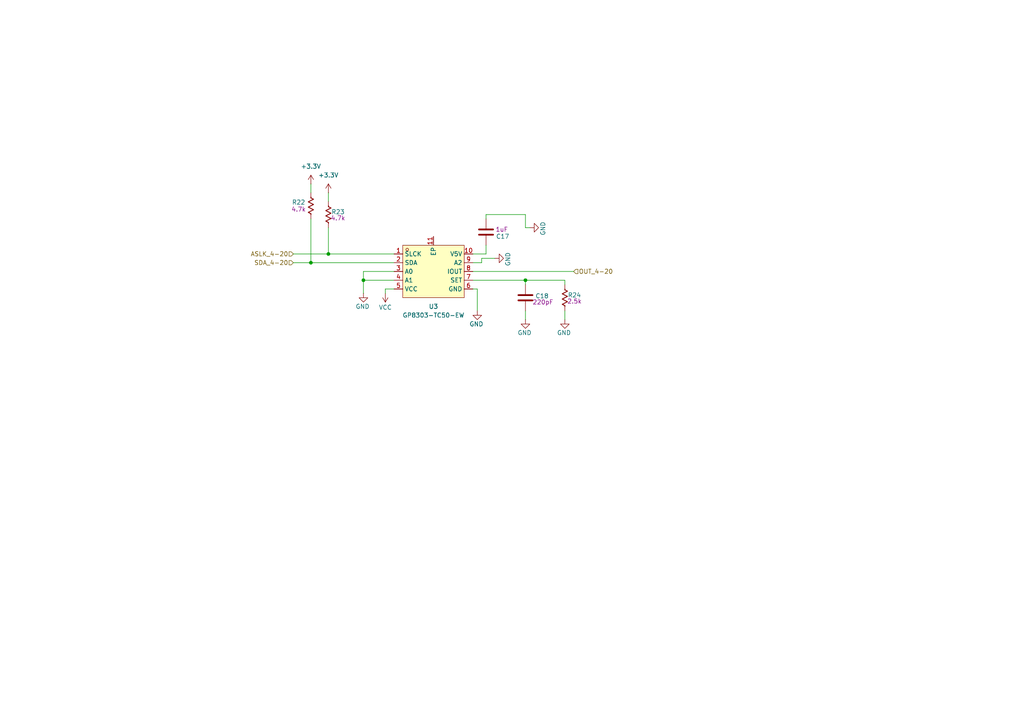
<source format=kicad_sch>
(kicad_sch
	(version 20250114)
	(generator "eeschema")
	(generator_version "9.0")
	(uuid "be209b36-8197-4200-8578-d3adcde8fef1")
	(paper "A4")
	(lib_symbols
		(symbol "EDA:GP8303-TC50-EW"
			(exclude_from_sim no)
			(in_bom yes)
			(on_board yes)
			(property "Reference" "U"
				(at 0 15.24 0)
				(effects
					(font
						(size 1.27 1.27)
					)
				)
			)
			(property "Value" "GP8303-TC50-EW"
				(at 0 -10.16 0)
				(effects
					(font
						(size 1.27 1.27)
					)
				)
			)
			(property "Footprint" "EasyEDA:ESOP-10_L4.9-W3.9-P1.00-LS6.1-BL-EP"
				(at 0 -12.7 0)
				(effects
					(font
						(size 1.27 1.27)
					)
					(hide yes)
				)
			)
			(property "Datasheet" ""
				(at 0 0 0)
				(effects
					(font
						(size 1.27 1.27)
					)
					(hide yes)
				)
			)
			(property "Description" ""
				(at 0 0 0)
				(effects
					(font
						(size 1.27 1.27)
					)
					(hide yes)
				)
			)
			(property "LCSC Part" "C3445809"
				(at 0 -15.24 0)
				(effects
					(font
						(size 1.27 1.27)
					)
					(hide yes)
				)
			)
			(symbol "GP8303-TC50-EW_0_1"
				(rectangle
					(start -8.89 7.62)
					(end 8.89 -7.62)
					(stroke
						(width 0)
						(type default)
					)
					(fill
						(type background)
					)
				)
				(circle
					(center -7.62 6.35)
					(radius 0.38)
					(stroke
						(width 0)
						(type default)
					)
					(fill
						(type none)
					)
				)
				(pin unspecified line
					(at -11.43 5.08 0)
					(length 2.54)
					(name "SLCK"
						(effects
							(font
								(size 1.27 1.27)
							)
						)
					)
					(number "1"
						(effects
							(font
								(size 1.27 1.27)
							)
						)
					)
				)
				(pin unspecified line
					(at -11.43 2.54 0)
					(length 2.54)
					(name "SDA"
						(effects
							(font
								(size 1.27 1.27)
							)
						)
					)
					(number "2"
						(effects
							(font
								(size 1.27 1.27)
							)
						)
					)
				)
				(pin unspecified line
					(at -11.43 0 0)
					(length 2.54)
					(name "A0"
						(effects
							(font
								(size 1.27 1.27)
							)
						)
					)
					(number "3"
						(effects
							(font
								(size 1.27 1.27)
							)
						)
					)
				)
				(pin unspecified line
					(at -11.43 -2.54 0)
					(length 2.54)
					(name "A1"
						(effects
							(font
								(size 1.27 1.27)
							)
						)
					)
					(number "4"
						(effects
							(font
								(size 1.27 1.27)
							)
						)
					)
				)
				(pin unspecified line
					(at -11.43 -5.08 0)
					(length 2.54)
					(name "VCC"
						(effects
							(font
								(size 1.27 1.27)
							)
						)
					)
					(number "5"
						(effects
							(font
								(size 1.27 1.27)
							)
						)
					)
				)
				(pin unspecified line
					(at 0 10.16 270)
					(length 2.54)
					(name "EP"
						(effects
							(font
								(size 1.27 1.27)
							)
						)
					)
					(number "11"
						(effects
							(font
								(size 1.27 1.27)
							)
						)
					)
				)
				(pin unspecified line
					(at 11.43 5.08 180)
					(length 2.54)
					(name "V5V"
						(effects
							(font
								(size 1.27 1.27)
							)
						)
					)
					(number "10"
						(effects
							(font
								(size 1.27 1.27)
							)
						)
					)
				)
				(pin unspecified line
					(at 11.43 2.54 180)
					(length 2.54)
					(name "A2"
						(effects
							(font
								(size 1.27 1.27)
							)
						)
					)
					(number "9"
						(effects
							(font
								(size 1.27 1.27)
							)
						)
					)
				)
				(pin unspecified line
					(at 11.43 0 180)
					(length 2.54)
					(name "IOUT"
						(effects
							(font
								(size 1.27 1.27)
							)
						)
					)
					(number "8"
						(effects
							(font
								(size 1.27 1.27)
							)
						)
					)
				)
				(pin unspecified line
					(at 11.43 -2.54 180)
					(length 2.54)
					(name "SET"
						(effects
							(font
								(size 1.27 1.27)
							)
						)
					)
					(number "7"
						(effects
							(font
								(size 1.27 1.27)
							)
						)
					)
				)
				(pin unspecified line
					(at 11.43 -5.08 180)
					(length 2.54)
					(name "GND"
						(effects
							(font
								(size 1.27 1.27)
							)
						)
					)
					(number "6"
						(effects
							(font
								(size 1.27 1.27)
							)
						)
					)
				)
			)
			(embedded_fonts no)
		)
		(symbol "PCM_Capacitor_US_AKL:C_0603"
			(pin_numbers
				(hide yes)
			)
			(pin_names
				(offset 0.254)
			)
			(exclude_from_sim no)
			(in_bom yes)
			(on_board yes)
			(property "Reference" "C"
				(at 0.635 2.54 0)
				(effects
					(font
						(size 1.27 1.27)
					)
					(justify left)
				)
			)
			(property "Value" "C_0603"
				(at 0.635 -2.54 0)
				(effects
					(font
						(size 1.27 1.27)
					)
					(justify left)
				)
			)
			(property "Footprint" "PCM_Capacitor_SMD_AKL:C_0603_1608Metric"
				(at 0.9652 -3.81 0)
				(effects
					(font
						(size 1.27 1.27)
					)
					(hide yes)
				)
			)
			(property "Datasheet" "~"
				(at 0 0 0)
				(effects
					(font
						(size 1.27 1.27)
					)
					(hide yes)
				)
			)
			(property "Description" "SMD 0603 MLCC capacitor, Alternate KiCad Library"
				(at 0 0 0)
				(effects
					(font
						(size 1.27 1.27)
					)
					(hide yes)
				)
			)
			(property "ki_keywords" "cap capacitor ceramic chip mlcc smd 0603"
				(at 0 0 0)
				(effects
					(font
						(size 1.27 1.27)
					)
					(hide yes)
				)
			)
			(property "ki_fp_filters" "C_*"
				(at 0 0 0)
				(effects
					(font
						(size 1.27 1.27)
					)
					(hide yes)
				)
			)
			(symbol "C_0603_0_1"
				(polyline
					(pts
						(xy -2.032 0.762) (xy 2.032 0.762)
					)
					(stroke
						(width 0.508)
						(type default)
					)
					(fill
						(type none)
					)
				)
				(polyline
					(pts
						(xy -2.032 -0.762) (xy 2.032 -0.762)
					)
					(stroke
						(width 0.508)
						(type default)
					)
					(fill
						(type none)
					)
				)
			)
			(symbol "C_0603_0_2"
				(polyline
					(pts
						(xy -2.54 -2.54) (xy -0.381 -0.381)
					)
					(stroke
						(width 0)
						(type default)
					)
					(fill
						(type none)
					)
				)
				(polyline
					(pts
						(xy -0.508 -0.508) (xy -1.651 0.635)
					)
					(stroke
						(width 0.508)
						(type default)
					)
					(fill
						(type none)
					)
				)
				(polyline
					(pts
						(xy -0.508 -0.508) (xy 0.635 -1.651)
					)
					(stroke
						(width 0.508)
						(type default)
					)
					(fill
						(type none)
					)
				)
				(polyline
					(pts
						(xy 0.381 0.381) (xy 2.54 2.54)
					)
					(stroke
						(width 0)
						(type default)
					)
					(fill
						(type none)
					)
				)
				(polyline
					(pts
						(xy 0.508 0.508) (xy -0.635 1.651)
					)
					(stroke
						(width 0.508)
						(type default)
					)
					(fill
						(type none)
					)
				)
				(polyline
					(pts
						(xy 0.508 0.508) (xy 1.651 -0.635)
					)
					(stroke
						(width 0.508)
						(type default)
					)
					(fill
						(type none)
					)
				)
			)
			(symbol "C_0603_1_1"
				(pin passive line
					(at 0 3.81 270)
					(length 2.794)
					(name "~"
						(effects
							(font
								(size 1.27 1.27)
							)
						)
					)
					(number "1"
						(effects
							(font
								(size 1.27 1.27)
							)
						)
					)
				)
				(pin passive line
					(at 0 -3.81 90)
					(length 2.794)
					(name "~"
						(effects
							(font
								(size 1.27 1.27)
							)
						)
					)
					(number "2"
						(effects
							(font
								(size 1.27 1.27)
							)
						)
					)
				)
			)
			(symbol "C_0603_1_2"
				(pin passive line
					(at -2.54 -2.54 90)
					(length 0)
					(name "~"
						(effects
							(font
								(size 1.27 1.27)
							)
						)
					)
					(number "2"
						(effects
							(font
								(size 1.27 1.27)
							)
						)
					)
				)
				(pin passive line
					(at 2.54 2.54 270)
					(length 0)
					(name "~"
						(effects
							(font
								(size 1.27 1.27)
							)
						)
					)
					(number "1"
						(effects
							(font
								(size 1.27 1.27)
							)
						)
					)
				)
			)
			(embedded_fonts no)
		)
		(symbol "PCM_Resistor_US_AKL:R_0603"
			(pin_numbers
				(hide yes)
			)
			(pin_names
				(offset 0)
			)
			(exclude_from_sim no)
			(in_bom yes)
			(on_board yes)
			(property "Reference" "R"
				(at 2.54 1.27 0)
				(effects
					(font
						(size 1.27 1.27)
					)
					(justify left)
				)
			)
			(property "Value" "R_0603"
				(at 2.54 -1.27 0)
				(effects
					(font
						(size 1.27 1.27)
					)
					(justify left)
				)
			)
			(property "Footprint" "PCM_Resistor_SMD_AKL:R_0603_1608Metric"
				(at 0 -11.43 0)
				(effects
					(font
						(size 1.27 1.27)
					)
					(hide yes)
				)
			)
			(property "Datasheet" "~"
				(at 0 0 0)
				(effects
					(font
						(size 1.27 1.27)
					)
					(hide yes)
				)
			)
			(property "Description" "SMD 0603 Chip Resistor, US Symbol, Alternate KiCad Library"
				(at 0 0 0)
				(effects
					(font
						(size 1.27 1.27)
					)
					(hide yes)
				)
			)
			(property "ki_keywords" "R res resistor us SMD 0603"
				(at 0 0 0)
				(effects
					(font
						(size 1.27 1.27)
					)
					(hide yes)
				)
			)
			(property "ki_fp_filters" "R_*"
				(at 0 0 0)
				(effects
					(font
						(size 1.27 1.27)
					)
					(hide yes)
				)
			)
			(symbol "R_0603_0_1"
				(polyline
					(pts
						(xy 0 2.286) (xy 0 2.54)
					)
					(stroke
						(width 0.254)
						(type default)
					)
					(fill
						(type none)
					)
				)
				(polyline
					(pts
						(xy 0 2.286) (xy 0.762 1.905) (xy -0.762 1.143) (xy 0 0.762) (xy 0.762 0.381) (xy 0 0) (xy -0.762 -0.381)
						(xy 0 -0.762) (xy 0.762 -1.143) (xy 0 -1.524) (xy -0.762 -1.905) (xy 0 -2.286)
					)
					(stroke
						(width 0.254)
						(type default)
					)
					(fill
						(type none)
					)
				)
				(polyline
					(pts
						(xy 0 -2.286) (xy 0 -2.54)
					)
					(stroke
						(width 0.254)
						(type default)
					)
					(fill
						(type none)
					)
				)
			)
			(symbol "R_0603_0_2"
				(polyline
					(pts
						(xy -2.54 -2.54) (xy -1.778 -1.778)
					)
					(stroke
						(width 0)
						(type default)
					)
					(fill
						(type none)
					)
				)
				(polyline
					(pts
						(xy -1.778 -1.778) (xy -1.524 -1.524)
					)
					(stroke
						(width 0.254)
						(type default)
					)
					(fill
						(type none)
					)
				)
				(polyline
					(pts
						(xy -1.524 -1.524) (xy -1.778 -0.762) (xy -1.016 -1.016)
					)
					(stroke
						(width 0.254)
						(type default)
					)
					(fill
						(type none)
					)
				)
				(polyline
					(pts
						(xy -0.508 -0.508) (xy -0.762 0.254) (xy 0 0)
					)
					(stroke
						(width 0.254)
						(type default)
					)
					(fill
						(type none)
					)
				)
				(polyline
					(pts
						(xy -0.508 -0.508) (xy -0.254 -1.27) (xy -1.016 -1.016)
					)
					(stroke
						(width 0.254)
						(type default)
					)
					(fill
						(type none)
					)
				)
				(polyline
					(pts
						(xy 0.508 0.508) (xy 0.254 1.27) (xy 1.016 1.016)
					)
					(stroke
						(width 0.254)
						(type default)
					)
					(fill
						(type none)
					)
				)
				(polyline
					(pts
						(xy 0.508 0.508) (xy 0.762 -0.254) (xy 0 0)
					)
					(stroke
						(width 0.254)
						(type default)
					)
					(fill
						(type none)
					)
				)
				(polyline
					(pts
						(xy 1.524 1.524) (xy 1.778 0.762) (xy 1.016 1.016)
					)
					(stroke
						(width 0.254)
						(type default)
					)
					(fill
						(type none)
					)
				)
				(polyline
					(pts
						(xy 1.778 1.778) (xy 1.524 1.524)
					)
					(stroke
						(width 0.254)
						(type default)
					)
					(fill
						(type none)
					)
				)
				(polyline
					(pts
						(xy 1.778 1.778) (xy 2.54 2.54)
					)
					(stroke
						(width 0)
						(type default)
					)
					(fill
						(type none)
					)
				)
			)
			(symbol "R_0603_1_1"
				(pin passive line
					(at 0 3.81 270)
					(length 1.27)
					(name "~"
						(effects
							(font
								(size 1.27 1.27)
							)
						)
					)
					(number "1"
						(effects
							(font
								(size 1.27 1.27)
							)
						)
					)
				)
				(pin passive line
					(at 0 -3.81 90)
					(length 1.27)
					(name "~"
						(effects
							(font
								(size 1.27 1.27)
							)
						)
					)
					(number "2"
						(effects
							(font
								(size 1.27 1.27)
							)
						)
					)
				)
			)
			(symbol "R_0603_1_2"
				(pin passive line
					(at -2.54 -2.54 0)
					(length 0)
					(name ""
						(effects
							(font
								(size 1.27 1.27)
							)
						)
					)
					(number "2"
						(effects
							(font
								(size 1.27 1.27)
							)
						)
					)
				)
				(pin passive line
					(at 2.54 2.54 180)
					(length 0)
					(name ""
						(effects
							(font
								(size 1.27 1.27)
							)
						)
					)
					(number "1"
						(effects
							(font
								(size 1.27 1.27)
							)
						)
					)
				)
			)
			(embedded_fonts no)
		)
		(symbol "power:+3.3V"
			(power)
			(pin_numbers
				(hide yes)
			)
			(pin_names
				(offset 0)
				(hide yes)
			)
			(exclude_from_sim no)
			(in_bom yes)
			(on_board yes)
			(property "Reference" "#PWR"
				(at 0 -3.81 0)
				(effects
					(font
						(size 1.27 1.27)
					)
					(hide yes)
				)
			)
			(property "Value" "+3.3V"
				(at 0 3.556 0)
				(effects
					(font
						(size 1.27 1.27)
					)
				)
			)
			(property "Footprint" ""
				(at 0 0 0)
				(effects
					(font
						(size 1.27 1.27)
					)
					(hide yes)
				)
			)
			(property "Datasheet" ""
				(at 0 0 0)
				(effects
					(font
						(size 1.27 1.27)
					)
					(hide yes)
				)
			)
			(property "Description" "Power symbol creates a global label with name \"+3.3V\""
				(at 0 0 0)
				(effects
					(font
						(size 1.27 1.27)
					)
					(hide yes)
				)
			)
			(property "ki_keywords" "global power"
				(at 0 0 0)
				(effects
					(font
						(size 1.27 1.27)
					)
					(hide yes)
				)
			)
			(symbol "+3.3V_0_1"
				(polyline
					(pts
						(xy -0.762 1.27) (xy 0 2.54)
					)
					(stroke
						(width 0)
						(type default)
					)
					(fill
						(type none)
					)
				)
				(polyline
					(pts
						(xy 0 2.54) (xy 0.762 1.27)
					)
					(stroke
						(width 0)
						(type default)
					)
					(fill
						(type none)
					)
				)
				(polyline
					(pts
						(xy 0 0) (xy 0 2.54)
					)
					(stroke
						(width 0)
						(type default)
					)
					(fill
						(type none)
					)
				)
			)
			(symbol "+3.3V_1_1"
				(pin power_in line
					(at 0 0 90)
					(length 0)
					(name "~"
						(effects
							(font
								(size 1.27 1.27)
							)
						)
					)
					(number "1"
						(effects
							(font
								(size 1.27 1.27)
							)
						)
					)
				)
			)
			(embedded_fonts no)
		)
		(symbol "power:GND"
			(power)
			(pin_numbers
				(hide yes)
			)
			(pin_names
				(offset 0)
				(hide yes)
			)
			(exclude_from_sim no)
			(in_bom yes)
			(on_board yes)
			(property "Reference" "#PWR"
				(at 0 -6.35 0)
				(effects
					(font
						(size 1.27 1.27)
					)
					(hide yes)
				)
			)
			(property "Value" "GND"
				(at 0 -3.81 0)
				(effects
					(font
						(size 1.27 1.27)
					)
				)
			)
			(property "Footprint" ""
				(at 0 0 0)
				(effects
					(font
						(size 1.27 1.27)
					)
					(hide yes)
				)
			)
			(property "Datasheet" ""
				(at 0 0 0)
				(effects
					(font
						(size 1.27 1.27)
					)
					(hide yes)
				)
			)
			(property "Description" "Power symbol creates a global label with name \"GND\" , ground"
				(at 0 0 0)
				(effects
					(font
						(size 1.27 1.27)
					)
					(hide yes)
				)
			)
			(property "ki_keywords" "global power"
				(at 0 0 0)
				(effects
					(font
						(size 1.27 1.27)
					)
					(hide yes)
				)
			)
			(symbol "GND_0_1"
				(polyline
					(pts
						(xy 0 0) (xy 0 -1.27) (xy 1.27 -1.27) (xy 0 -2.54) (xy -1.27 -1.27) (xy 0 -1.27)
					)
					(stroke
						(width 0)
						(type default)
					)
					(fill
						(type none)
					)
				)
			)
			(symbol "GND_1_1"
				(pin power_in line
					(at 0 0 270)
					(length 0)
					(name "~"
						(effects
							(font
								(size 1.27 1.27)
							)
						)
					)
					(number "1"
						(effects
							(font
								(size 1.27 1.27)
							)
						)
					)
				)
			)
			(embedded_fonts no)
		)
		(symbol "power:VCC"
			(power)
			(pin_numbers
				(hide yes)
			)
			(pin_names
				(offset 0)
				(hide yes)
			)
			(exclude_from_sim no)
			(in_bom yes)
			(on_board yes)
			(property "Reference" "#PWR"
				(at 0 -3.81 0)
				(effects
					(font
						(size 1.27 1.27)
					)
					(hide yes)
				)
			)
			(property "Value" "VCC"
				(at 0 3.556 0)
				(effects
					(font
						(size 1.27 1.27)
					)
				)
			)
			(property "Footprint" ""
				(at 0 0 0)
				(effects
					(font
						(size 1.27 1.27)
					)
					(hide yes)
				)
			)
			(property "Datasheet" ""
				(at 0 0 0)
				(effects
					(font
						(size 1.27 1.27)
					)
					(hide yes)
				)
			)
			(property "Description" "Power symbol creates a global label with name \"VCC\""
				(at 0 0 0)
				(effects
					(font
						(size 1.27 1.27)
					)
					(hide yes)
				)
			)
			(property "ki_keywords" "global power"
				(at 0 0 0)
				(effects
					(font
						(size 1.27 1.27)
					)
					(hide yes)
				)
			)
			(symbol "VCC_0_1"
				(polyline
					(pts
						(xy -0.762 1.27) (xy 0 2.54)
					)
					(stroke
						(width 0)
						(type default)
					)
					(fill
						(type none)
					)
				)
				(polyline
					(pts
						(xy 0 2.54) (xy 0.762 1.27)
					)
					(stroke
						(width 0)
						(type default)
					)
					(fill
						(type none)
					)
				)
				(polyline
					(pts
						(xy 0 0) (xy 0 2.54)
					)
					(stroke
						(width 0)
						(type default)
					)
					(fill
						(type none)
					)
				)
			)
			(symbol "VCC_1_1"
				(pin power_in line
					(at 0 0 90)
					(length 0)
					(name "~"
						(effects
							(font
								(size 1.27 1.27)
							)
						)
					)
					(number "1"
						(effects
							(font
								(size 1.27 1.27)
							)
						)
					)
				)
			)
			(embedded_fonts no)
		)
	)
	(junction
		(at 152.4 81.28)
		(diameter 0)
		(color 0 0 0 0)
		(uuid "89d212bb-53f9-4798-a0af-bcced0cdd7f8")
	)
	(junction
		(at 95.25 73.66)
		(diameter 0)
		(color 0 0 0 0)
		(uuid "b99ccc66-929e-40f5-96f2-e29733e24db5")
	)
	(junction
		(at 105.41 81.28)
		(diameter 0)
		(color 0 0 0 0)
		(uuid "d1b99a58-e218-4a48-ae47-cffa539b27c7")
	)
	(junction
		(at 90.17 76.2)
		(diameter 0)
		(color 0 0 0 0)
		(uuid "f077f58f-e317-48a1-aa8f-4f8830ca85cf")
	)
	(wire
		(pts
			(xy 139.7 76.2) (xy 137.16 76.2)
		)
		(stroke
			(width 0)
			(type default)
		)
		(uuid "038da09f-c665-4c00-a7c4-81f578582d46")
	)
	(wire
		(pts
			(xy 114.3 81.28) (xy 105.41 81.28)
		)
		(stroke
			(width 0)
			(type default)
		)
		(uuid "0a2bc2f4-97cd-4d2c-88fe-08e70605882b")
	)
	(wire
		(pts
			(xy 105.41 81.28) (xy 105.41 85.09)
		)
		(stroke
			(width 0)
			(type default)
		)
		(uuid "105dd912-8824-4290-9d5e-bfb60e4fa265")
	)
	(wire
		(pts
			(xy 90.17 76.2) (xy 114.3 76.2)
		)
		(stroke
			(width 0)
			(type default)
		)
		(uuid "13cb7097-4432-4d8e-89b7-bf55d928ce3a")
	)
	(wire
		(pts
			(xy 85.09 76.2) (xy 90.17 76.2)
		)
		(stroke
			(width 0)
			(type default)
		)
		(uuid "19104bd0-aa0a-463c-8d31-8c59406fbbcb")
	)
	(wire
		(pts
			(xy 137.16 78.74) (xy 166.37 78.74)
		)
		(stroke
			(width 0)
			(type default)
		)
		(uuid "1ab63816-228c-4254-943c-87c39327597a")
	)
	(wire
		(pts
			(xy 152.4 81.28) (xy 163.83 81.28)
		)
		(stroke
			(width 0)
			(type default)
		)
		(uuid "1e5200ed-0beb-48d2-a9a8-4ebcf138ab9f")
	)
	(wire
		(pts
			(xy 163.83 90.17) (xy 163.83 92.71)
		)
		(stroke
			(width 0)
			(type default)
		)
		(uuid "1ebc4997-8582-4410-9f13-3fa70443ccb9")
	)
	(wire
		(pts
			(xy 114.3 78.74) (xy 105.41 78.74)
		)
		(stroke
			(width 0)
			(type default)
		)
		(uuid "20a289ce-2085-4263-b68f-a59ffe8a4b26")
	)
	(wire
		(pts
			(xy 152.4 90.17) (xy 152.4 92.71)
		)
		(stroke
			(width 0)
			(type default)
		)
		(uuid "293d8626-fbad-4e68-b57b-602af9abdcb9")
	)
	(wire
		(pts
			(xy 140.97 62.23) (xy 152.4 62.23)
		)
		(stroke
			(width 0)
			(type default)
		)
		(uuid "29ef34aa-a942-453e-b1af-bea8b7ca6fc9")
	)
	(wire
		(pts
			(xy 111.76 83.82) (xy 111.76 85.09)
		)
		(stroke
			(width 0)
			(type default)
		)
		(uuid "2b1b6f03-e042-4a8d-add6-db5718e189ea")
	)
	(wire
		(pts
			(xy 90.17 53.34) (xy 90.17 55.88)
		)
		(stroke
			(width 0)
			(type default)
		)
		(uuid "3c66b175-e551-453a-b4b6-4a35f28f4010")
	)
	(wire
		(pts
			(xy 152.4 62.23) (xy 152.4 66.04)
		)
		(stroke
			(width 0)
			(type default)
		)
		(uuid "3d602d43-daac-4c14-8d9c-d03d8bacf172")
	)
	(wire
		(pts
			(xy 85.09 73.66) (xy 95.25 73.66)
		)
		(stroke
			(width 0)
			(type default)
		)
		(uuid "40e981be-935b-46d9-9909-ba8e882e0948")
	)
	(wire
		(pts
			(xy 95.25 66.04) (xy 95.25 73.66)
		)
		(stroke
			(width 0)
			(type default)
		)
		(uuid "523b694a-aa6d-4ca1-adc3-5e403b6820ca")
	)
	(wire
		(pts
			(xy 95.25 73.66) (xy 114.3 73.66)
		)
		(stroke
			(width 0)
			(type default)
		)
		(uuid "540fdfde-c6e9-461c-b0c2-b3dd1e4b0320")
	)
	(wire
		(pts
			(xy 152.4 66.04) (xy 153.67 66.04)
		)
		(stroke
			(width 0)
			(type default)
		)
		(uuid "59c84153-45fd-4c73-bd77-daa9ab032405")
	)
	(wire
		(pts
			(xy 137.16 83.82) (xy 138.43 83.82)
		)
		(stroke
			(width 0)
			(type default)
		)
		(uuid "5a635721-7c6b-4a2e-b617-1dea35792e35")
	)
	(wire
		(pts
			(xy 139.7 74.93) (xy 143.51 74.93)
		)
		(stroke
			(width 0)
			(type default)
		)
		(uuid "5c6a97a4-144b-4fb7-9a65-752928239fac")
	)
	(wire
		(pts
			(xy 152.4 81.28) (xy 152.4 82.55)
		)
		(stroke
			(width 0)
			(type default)
		)
		(uuid "60c13306-1a51-4c8f-b7e5-fc02daa53b69")
	)
	(wire
		(pts
			(xy 114.3 83.82) (xy 111.76 83.82)
		)
		(stroke
			(width 0)
			(type default)
		)
		(uuid "62ed7e05-53d9-445a-b7ec-2f3c034eb28f")
	)
	(wire
		(pts
			(xy 105.41 78.74) (xy 105.41 81.28)
		)
		(stroke
			(width 0)
			(type default)
		)
		(uuid "68e7a7e9-0ed4-4a8c-b470-e28236005617")
	)
	(wire
		(pts
			(xy 90.17 63.5) (xy 90.17 76.2)
		)
		(stroke
			(width 0)
			(type default)
		)
		(uuid "8a4ed56a-8162-426b-84d4-fb3f282867ed")
	)
	(wire
		(pts
			(xy 95.25 55.88) (xy 95.25 58.42)
		)
		(stroke
			(width 0)
			(type default)
		)
		(uuid "9741c0d5-c528-4ca0-b445-b50961989078")
	)
	(wire
		(pts
			(xy 140.97 63.5) (xy 140.97 62.23)
		)
		(stroke
			(width 0)
			(type default)
		)
		(uuid "aee45bb0-0e24-40fb-84cd-ab9085945177")
	)
	(wire
		(pts
			(xy 138.43 83.82) (xy 138.43 90.17)
		)
		(stroke
			(width 0)
			(type default)
		)
		(uuid "b4f1cadf-6e47-4d2d-a3ab-3b8435901e12")
	)
	(wire
		(pts
			(xy 139.7 74.93) (xy 139.7 76.2)
		)
		(stroke
			(width 0)
			(type default)
		)
		(uuid "b56298ed-ceaf-4f27-9134-0a44a89aaa3c")
	)
	(wire
		(pts
			(xy 163.83 82.55) (xy 163.83 81.28)
		)
		(stroke
			(width 0)
			(type default)
		)
		(uuid "bf289b07-f560-4083-82ce-9a28f1d7e8c1")
	)
	(wire
		(pts
			(xy 140.97 71.12) (xy 140.97 73.66)
		)
		(stroke
			(width 0)
			(type default)
		)
		(uuid "c68ffcd9-cf23-4037-8a0b-e0500781dde9")
	)
	(wire
		(pts
			(xy 137.16 81.28) (xy 152.4 81.28)
		)
		(stroke
			(width 0)
			(type default)
		)
		(uuid "ed2e5868-b988-494a-bc8e-be4f24c6bbdc")
	)
	(wire
		(pts
			(xy 140.97 73.66) (xy 137.16 73.66)
		)
		(stroke
			(width 0)
			(type default)
		)
		(uuid "f04317d1-31bb-4630-8c10-4e085d2715ca")
	)
	(hierarchical_label "OUT_4-20"
		(shape input)
		(at 166.37 78.74 0)
		(effects
			(font
				(size 1.27 1.27)
			)
			(justify left)
		)
		(uuid "21daa2ba-d919-42bd-b896-27b7395b4c95")
	)
	(hierarchical_label "SDA_4-20"
		(shape input)
		(at 85.09 76.2 180)
		(effects
			(font
				(size 1.27 1.27)
			)
			(justify right)
		)
		(uuid "88c4decc-400c-49a9-8e1d-7472a4b8c734")
	)
	(hierarchical_label "ASLK_4-20"
		(shape input)
		(at 85.09 73.66 180)
		(effects
			(font
				(size 1.27 1.27)
			)
			(justify right)
		)
		(uuid "b1bf7ad1-058d-44b4-aa60-ab2625e63375")
	)
	(symbol
		(lib_id "PCM_Capacitor_US_AKL:C_0603")
		(at 152.4 86.36 0)
		(unit 1)
		(exclude_from_sim no)
		(in_bom yes)
		(on_board yes)
		(dnp no)
		(uuid "01ea673a-819f-4642-96cf-821f5d0d8899")
		(property "Reference" "C18"
			(at 157.226 85.852 0)
			(effects
				(font
					(size 1.27 1.27)
				)
			)
		)
		(property "Value" "C_0603"
			(at 146.05 86.614 90)
			(effects
				(font
					(size 1.27 1.27)
				)
				(hide yes)
			)
		)
		(property "Footprint" "PCM_Capacitor_SMD_AKL:C_0603_1608Metric"
			(at 153.3652 90.17 0)
			(effects
				(font
					(size 1.27 1.27)
				)
				(hide yes)
			)
		)
		(property "Datasheet" "~"
			(at 152.4 86.36 0)
			(effects
				(font
					(size 1.27 1.27)
				)
				(hide yes)
			)
		)
		(property "Description" "SMD 0603 MLCC capacitor, Alternate KiCad Library"
			(at 152.4 86.36 0)
			(effects
				(font
					(size 1.27 1.27)
				)
				(hide yes)
			)
		)
		(property "Capacidad" "220pF"
			(at 157.48 87.63 0)
			(effects
				(font
					(size 1.27 1.27)
				)
			)
		)
		(property "Part Number" ""
			(at 152.4 86.36 0)
			(effects
				(font
					(size 1.27 1.27)
				)
			)
		)
		(property "Voltaje" ""
			(at 156.972 85.598 0)
			(effects
				(font
					(size 1.27 1.27)
				)
				(hide yes)
			)
		)
		(pin "1"
			(uuid "cb4ab790-4ad1-453c-9fbc-43c390f2b429")
		)
		(pin "2"
			(uuid "4e5a877e-7a4c-44a3-821f-ef98b55a9bc5")
		)
		(instances
			(project "Nivara Controls"
				(path "/42622735-4343-4315-af64-a45701a752b6/711b914f-41ac-411e-bef3-8ade05c9a19b/cbcf208c-e443-4aaa-a191-d1f768e4cf7c"
					(reference "C18")
					(unit 1)
				)
			)
		)
	)
	(symbol
		(lib_id "power:GND")
		(at 143.51 74.93 90)
		(unit 1)
		(exclude_from_sim no)
		(in_bom yes)
		(on_board yes)
		(dnp no)
		(uuid "0e26c96c-f2d4-4afb-b5b8-30abe91a1c9a")
		(property "Reference" "#PWR058"
			(at 149.86 74.93 0)
			(effects
				(font
					(size 1.27 1.27)
				)
				(hide yes)
			)
		)
		(property "Value" "GND"
			(at 147.32 75.184 0)
			(effects
				(font
					(size 1.27 1.27)
				)
			)
		)
		(property "Footprint" ""
			(at 143.51 74.93 0)
			(effects
				(font
					(size 1.27 1.27)
				)
				(hide yes)
			)
		)
		(property "Datasheet" ""
			(at 143.51 74.93 0)
			(effects
				(font
					(size 1.27 1.27)
				)
				(hide yes)
			)
		)
		(property "Description" "Power symbol creates a global label with name \"GND\" , ground"
			(at 143.51 74.93 0)
			(effects
				(font
					(size 1.27 1.27)
				)
				(hide yes)
			)
		)
		(pin "1"
			(uuid "ffafdb31-4722-4dfa-ab67-aa9bd2d46cb1")
		)
		(instances
			(project "Nivara Controls"
				(path "/42622735-4343-4315-af64-a45701a752b6/711b914f-41ac-411e-bef3-8ade05c9a19b/cbcf208c-e443-4aaa-a191-d1f768e4cf7c"
					(reference "#PWR058")
					(unit 1)
				)
			)
		)
	)
	(symbol
		(lib_id "PCM_Resistor_US_AKL:R_0603")
		(at 163.83 86.36 180)
		(unit 1)
		(exclude_from_sim no)
		(in_bom yes)
		(on_board yes)
		(dnp no)
		(uuid "1708da38-37f4-4a3b-9114-5f0da99b0e53")
		(property "Reference" "R24"
			(at 166.624 85.598 0)
			(effects
				(font
					(size 1.27 1.27)
				)
			)
		)
		(property "Value" "R_0603"
			(at 161.544 86.614 90)
			(effects
				(font
					(size 1.27 1.27)
				)
				(hide yes)
			)
		)
		(property "Footprint" "PCM_Resistor_SMD_AKL:R_0603_1608Metric"
			(at 163.83 74.93 0)
			(effects
				(font
					(size 1.27 1.27)
				)
				(hide yes)
			)
		)
		(property "Datasheet" "~"
			(at 163.83 86.36 0)
			(effects
				(font
					(size 1.27 1.27)
				)
				(hide yes)
			)
		)
		(property "Description" "SMD 0603 Chip Resistor, US Symbol, Alternate KiCad Library"
			(at 163.83 86.36 0)
			(effects
				(font
					(size 1.27 1.27)
				)
				(hide yes)
			)
		)
		(property "Part Number" ""
			(at 163.83 86.36 0)
			(effects
				(font
					(size 1.27 1.27)
				)
				(hide yes)
			)
		)
		(property "Capacidad" "2.5k"
			(at 166.624 87.376 0)
			(effects
				(font
					(size 1.27 1.27)
				)
			)
		)
		(pin "1"
			(uuid "4a47dd3e-d043-4701-9fcf-8ccfca97e45b")
		)
		(pin "2"
			(uuid "fcb91416-d5ad-4408-b5a6-44ad575c4cc4")
		)
		(instances
			(project "Nivara Controls"
				(path "/42622735-4343-4315-af64-a45701a752b6/711b914f-41ac-411e-bef3-8ade05c9a19b/cbcf208c-e443-4aaa-a191-d1f768e4cf7c"
					(reference "R24")
					(unit 1)
				)
			)
		)
	)
	(symbol
		(lib_id "EDA:GP8303-TC50-EW")
		(at 125.73 78.74 0)
		(unit 1)
		(exclude_from_sim no)
		(in_bom yes)
		(on_board yes)
		(dnp no)
		(fields_autoplaced yes)
		(uuid "310d23d3-abcd-4075-affc-ea01fb125d36")
		(property "Reference" "U3"
			(at 125.73 88.9 0)
			(effects
				(font
					(size 1.27 1.27)
				)
			)
		)
		(property "Value" "GP8303-TC50-EW"
			(at 125.73 91.44 0)
			(effects
				(font
					(size 1.27 1.27)
				)
			)
		)
		(property "Footprint" "EastEDA:ESOP-10_L4.9-W3.9-P1.00-LS6.1-BL-EP"
			(at 125.73 91.44 0)
			(effects
				(font
					(size 1.27 1.27)
				)
				(hide yes)
			)
		)
		(property "Datasheet" ""
			(at 125.73 78.74 0)
			(effects
				(font
					(size 1.27 1.27)
				)
				(hide yes)
			)
		)
		(property "Description" ""
			(at 125.73 78.74 0)
			(effects
				(font
					(size 1.27 1.27)
				)
				(hide yes)
			)
		)
		(property "LCSC Part" "C3445809"
			(at 125.73 93.98 0)
			(effects
				(font
					(size 1.27 1.27)
				)
				(hide yes)
			)
		)
		(pin "2"
			(uuid "e3df4564-6800-48a5-b1f3-620fe5de38b2")
		)
		(pin "11"
			(uuid "de2d3ffe-99fd-4cb9-a396-a51598ba175c")
		)
		(pin "5"
			(uuid "73644410-656e-47af-a250-60b7e0e97575")
		)
		(pin "9"
			(uuid "3e695678-9df1-4157-be8e-d0a6b6ac21ed")
		)
		(pin "7"
			(uuid "cd4a436d-abfb-47c4-b7cf-0eda3cbcc6dd")
		)
		(pin "3"
			(uuid "c1243a1c-db19-434c-b05d-5df5497956d2")
		)
		(pin "4"
			(uuid "278fd007-141b-4f5d-8e64-9d49f51a5696")
		)
		(pin "1"
			(uuid "16e0b27a-987b-4d24-8bde-95c605bca6bc")
		)
		(pin "6"
			(uuid "f72ba969-3a1f-44b7-ad4d-d86c5ee57e0f")
		)
		(pin "10"
			(uuid "5a0b4412-fdc6-43ca-ae12-d5ad30b9b74a")
		)
		(pin "8"
			(uuid "8872ee9d-da8b-4230-8503-90ba16f52737")
		)
		(instances
			(project ""
				(path "/42622735-4343-4315-af64-a45701a752b6/711b914f-41ac-411e-bef3-8ade05c9a19b/cbcf208c-e443-4aaa-a191-d1f768e4cf7c"
					(reference "U3")
					(unit 1)
				)
			)
		)
	)
	(symbol
		(lib_id "power:GND")
		(at 105.41 85.09 0)
		(unit 1)
		(exclude_from_sim no)
		(in_bom yes)
		(on_board yes)
		(dnp no)
		(uuid "325d8258-0e54-4c69-ada3-7ad2014f587c")
		(property "Reference" "#PWR055"
			(at 105.41 91.44 0)
			(effects
				(font
					(size 1.27 1.27)
				)
				(hide yes)
			)
		)
		(property "Value" "GND"
			(at 105.156 88.9 0)
			(effects
				(font
					(size 1.27 1.27)
				)
			)
		)
		(property "Footprint" ""
			(at 105.41 85.09 0)
			(effects
				(font
					(size 1.27 1.27)
				)
				(hide yes)
			)
		)
		(property "Datasheet" ""
			(at 105.41 85.09 0)
			(effects
				(font
					(size 1.27 1.27)
				)
				(hide yes)
			)
		)
		(property "Description" "Power symbol creates a global label with name \"GND\" , ground"
			(at 105.41 85.09 0)
			(effects
				(font
					(size 1.27 1.27)
				)
				(hide yes)
			)
		)
		(pin "1"
			(uuid "b6f9e3f2-80f0-43b7-a821-6318c10041af")
		)
		(instances
			(project ""
				(path "/42622735-4343-4315-af64-a45701a752b6/711b914f-41ac-411e-bef3-8ade05c9a19b/cbcf208c-e443-4aaa-a191-d1f768e4cf7c"
					(reference "#PWR055")
					(unit 1)
				)
			)
		)
	)
	(symbol
		(lib_id "power:+3.3V")
		(at 95.25 55.88 0)
		(unit 1)
		(exclude_from_sim no)
		(in_bom yes)
		(on_board yes)
		(dnp no)
		(fields_autoplaced yes)
		(uuid "3c3e341f-a811-46a7-a8a7-574abadde51e")
		(property "Reference" "#PWR054"
			(at 95.25 59.69 0)
			(effects
				(font
					(size 1.27 1.27)
				)
				(hide yes)
			)
		)
		(property "Value" "+3.3V"
			(at 95.25 50.8 0)
			(effects
				(font
					(size 1.27 1.27)
				)
			)
		)
		(property "Footprint" ""
			(at 95.25 55.88 0)
			(effects
				(font
					(size 1.27 1.27)
				)
				(hide yes)
			)
		)
		(property "Datasheet" ""
			(at 95.25 55.88 0)
			(effects
				(font
					(size 1.27 1.27)
				)
				(hide yes)
			)
		)
		(property "Description" "Power symbol creates a global label with name \"+3.3V\""
			(at 95.25 55.88 0)
			(effects
				(font
					(size 1.27 1.27)
				)
				(hide yes)
			)
		)
		(pin "1"
			(uuid "fdb80d2e-8ad6-4070-ab73-9ba88ccde7f5")
		)
		(instances
			(project "Nivara Controls"
				(path "/42622735-4343-4315-af64-a45701a752b6/711b914f-41ac-411e-bef3-8ade05c9a19b/cbcf208c-e443-4aaa-a191-d1f768e4cf7c"
					(reference "#PWR054")
					(unit 1)
				)
			)
		)
	)
	(symbol
		(lib_id "PCM_Capacitor_US_AKL:C_0603")
		(at 140.97 67.31 0)
		(unit 1)
		(exclude_from_sim no)
		(in_bom yes)
		(on_board yes)
		(dnp no)
		(uuid "51e612b5-ade1-4d47-92aa-67b4f9b5aca2")
		(property "Reference" "C17"
			(at 145.796 68.58 0)
			(effects
				(font
					(size 1.27 1.27)
				)
			)
		)
		(property "Value" "C_0603"
			(at 134.62 67.564 90)
			(effects
				(font
					(size 1.27 1.27)
				)
				(hide yes)
			)
		)
		(property "Footprint" "PCM_Capacitor_SMD_AKL:C_0603_1608Metric"
			(at 141.9352 71.12 0)
			(effects
				(font
					(size 1.27 1.27)
				)
				(hide yes)
			)
		)
		(property "Datasheet" "~"
			(at 140.97 67.31 0)
			(effects
				(font
					(size 1.27 1.27)
				)
				(hide yes)
			)
		)
		(property "Description" "SMD 0603 MLCC capacitor, Alternate KiCad Library"
			(at 140.97 67.31 0)
			(effects
				(font
					(size 1.27 1.27)
				)
				(hide yes)
			)
		)
		(property "Capacidad" "1uF"
			(at 145.542 66.548 0)
			(effects
				(font
					(size 1.27 1.27)
				)
			)
		)
		(property "Part Number" ""
			(at 140.97 67.31 0)
			(effects
				(font
					(size 1.27 1.27)
				)
			)
		)
		(property "Voltaje" ""
			(at 145.542 66.548 0)
			(effects
				(font
					(size 1.27 1.27)
				)
				(hide yes)
			)
		)
		(pin "1"
			(uuid "d17e90a8-4c2d-46ac-ad3d-a60fd4a642a9")
		)
		(pin "2"
			(uuid "1f28e09d-15f6-4df2-ab3c-1b24ba22c456")
		)
		(instances
			(project "Nivara Controls"
				(path "/42622735-4343-4315-af64-a45701a752b6/711b914f-41ac-411e-bef3-8ade05c9a19b/cbcf208c-e443-4aaa-a191-d1f768e4cf7c"
					(reference "C17")
					(unit 1)
				)
			)
		)
	)
	(symbol
		(lib_id "power:GND")
		(at 163.83 92.71 0)
		(unit 1)
		(exclude_from_sim no)
		(in_bom yes)
		(on_board yes)
		(dnp no)
		(uuid "5e20ca05-c467-4c48-9ebf-e91da98cf208")
		(property "Reference" "#PWR060"
			(at 163.83 99.06 0)
			(effects
				(font
					(size 1.27 1.27)
				)
				(hide yes)
			)
		)
		(property "Value" "GND"
			(at 163.576 96.52 0)
			(effects
				(font
					(size 1.27 1.27)
				)
			)
		)
		(property "Footprint" ""
			(at 163.83 92.71 0)
			(effects
				(font
					(size 1.27 1.27)
				)
				(hide yes)
			)
		)
		(property "Datasheet" ""
			(at 163.83 92.71 0)
			(effects
				(font
					(size 1.27 1.27)
				)
				(hide yes)
			)
		)
		(property "Description" "Power symbol creates a global label with name \"GND\" , ground"
			(at 163.83 92.71 0)
			(effects
				(font
					(size 1.27 1.27)
				)
				(hide yes)
			)
		)
		(pin "1"
			(uuid "0ad298db-2ea0-473a-a006-88cafd2bfd61")
		)
		(instances
			(project "Nivara Controls"
				(path "/42622735-4343-4315-af64-a45701a752b6/711b914f-41ac-411e-bef3-8ade05c9a19b/cbcf208c-e443-4aaa-a191-d1f768e4cf7c"
					(reference "#PWR060")
					(unit 1)
				)
			)
		)
	)
	(symbol
		(lib_id "PCM_Resistor_US_AKL:R_0603")
		(at 95.25 62.23 180)
		(unit 1)
		(exclude_from_sim no)
		(in_bom yes)
		(on_board yes)
		(dnp no)
		(uuid "654bb199-14f7-404c-9804-5f06aea11ac4")
		(property "Reference" "R23"
			(at 98.044 61.468 0)
			(effects
				(font
					(size 1.27 1.27)
				)
			)
		)
		(property "Value" "R_0603"
			(at 92.964 62.484 90)
			(effects
				(font
					(size 1.27 1.27)
				)
				(hide yes)
			)
		)
		(property "Footprint" "PCM_Resistor_SMD_AKL:R_0603_1608Metric"
			(at 95.25 50.8 0)
			(effects
				(font
					(size 1.27 1.27)
				)
				(hide yes)
			)
		)
		(property "Datasheet" "~"
			(at 95.25 62.23 0)
			(effects
				(font
					(size 1.27 1.27)
				)
				(hide yes)
			)
		)
		(property "Description" "SMD 0603 Chip Resistor, US Symbol, Alternate KiCad Library"
			(at 95.25 62.23 0)
			(effects
				(font
					(size 1.27 1.27)
				)
				(hide yes)
			)
		)
		(property "Part Number" ""
			(at 95.25 62.23 0)
			(effects
				(font
					(size 1.27 1.27)
				)
				(hide yes)
			)
		)
		(property "Capacidad" "4.7k"
			(at 98.044 63.246 0)
			(effects
				(font
					(size 1.27 1.27)
				)
			)
		)
		(pin "1"
			(uuid "0923b2a2-c45b-48f3-8683-f0d6d53047d7")
		)
		(pin "2"
			(uuid "92864cd5-86fb-4507-89ad-4a2be6bbaacb")
		)
		(instances
			(project "Nivara Controls"
				(path "/42622735-4343-4315-af64-a45701a752b6/711b914f-41ac-411e-bef3-8ade05c9a19b/cbcf208c-e443-4aaa-a191-d1f768e4cf7c"
					(reference "R23")
					(unit 1)
				)
			)
		)
	)
	(symbol
		(lib_id "PCM_Resistor_US_AKL:R_0603")
		(at 90.17 59.69 180)
		(unit 1)
		(exclude_from_sim no)
		(in_bom yes)
		(on_board yes)
		(dnp no)
		(uuid "65997b63-49d2-4a87-86aa-73bab8fb3220")
		(property "Reference" "R22"
			(at 86.614 58.674 0)
			(effects
				(font
					(size 1.27 1.27)
				)
			)
		)
		(property "Value" "R_0603"
			(at 87.884 59.944 90)
			(effects
				(font
					(size 1.27 1.27)
				)
				(hide yes)
			)
		)
		(property "Footprint" "PCM_Resistor_SMD_AKL:R_0603_1608Metric"
			(at 90.17 48.26 0)
			(effects
				(font
					(size 1.27 1.27)
				)
				(hide yes)
			)
		)
		(property "Datasheet" "~"
			(at 90.17 59.69 0)
			(effects
				(font
					(size 1.27 1.27)
				)
				(hide yes)
			)
		)
		(property "Description" "SMD 0603 Chip Resistor, US Symbol, Alternate KiCad Library"
			(at 90.17 59.69 0)
			(effects
				(font
					(size 1.27 1.27)
				)
				(hide yes)
			)
		)
		(property "Part Number" ""
			(at 90.17 59.69 0)
			(effects
				(font
					(size 1.27 1.27)
				)
				(hide yes)
			)
		)
		(property "Capacidad" "4.7k"
			(at 86.614 60.706 0)
			(effects
				(font
					(size 1.27 1.27)
				)
			)
		)
		(pin "1"
			(uuid "563afd54-831e-45fb-8842-ba92ce758415")
		)
		(pin "2"
			(uuid "6c632b3a-376f-4cb6-9d73-341bd75621e5")
		)
		(instances
			(project "Nivara Controls"
				(path "/42622735-4343-4315-af64-a45701a752b6/711b914f-41ac-411e-bef3-8ade05c9a19b/cbcf208c-e443-4aaa-a191-d1f768e4cf7c"
					(reference "R22")
					(unit 1)
				)
			)
		)
	)
	(symbol
		(lib_id "power:+3.3V")
		(at 90.17 53.34 0)
		(unit 1)
		(exclude_from_sim no)
		(in_bom yes)
		(on_board yes)
		(dnp no)
		(fields_autoplaced yes)
		(uuid "79bf5c2a-18bc-453b-bc35-d1ca9eed8f5b")
		(property "Reference" "#PWR053"
			(at 90.17 57.15 0)
			(effects
				(font
					(size 1.27 1.27)
				)
				(hide yes)
			)
		)
		(property "Value" "+3.3V"
			(at 90.17 48.26 0)
			(effects
				(font
					(size 1.27 1.27)
				)
			)
		)
		(property "Footprint" ""
			(at 90.17 53.34 0)
			(effects
				(font
					(size 1.27 1.27)
				)
				(hide yes)
			)
		)
		(property "Datasheet" ""
			(at 90.17 53.34 0)
			(effects
				(font
					(size 1.27 1.27)
				)
				(hide yes)
			)
		)
		(property "Description" "Power symbol creates a global label with name \"+3.3V\""
			(at 90.17 53.34 0)
			(effects
				(font
					(size 1.27 1.27)
				)
				(hide yes)
			)
		)
		(pin "1"
			(uuid "4ebf4ee4-0e82-4995-9f88-219b7fe60346")
		)
		(instances
			(project "Nivara Controls"
				(path "/42622735-4343-4315-af64-a45701a752b6/711b914f-41ac-411e-bef3-8ade05c9a19b/cbcf208c-e443-4aaa-a191-d1f768e4cf7c"
					(reference "#PWR053")
					(unit 1)
				)
			)
		)
	)
	(symbol
		(lib_id "power:GND")
		(at 153.67 66.04 90)
		(unit 1)
		(exclude_from_sim no)
		(in_bom yes)
		(on_board yes)
		(dnp no)
		(uuid "c58e5857-13c7-4abb-833f-15df0c45b72e")
		(property "Reference" "#PWR057"
			(at 160.02 66.04 0)
			(effects
				(font
					(size 1.27 1.27)
				)
				(hide yes)
			)
		)
		(property "Value" "GND"
			(at 157.48 66.294 0)
			(effects
				(font
					(size 1.27 1.27)
				)
			)
		)
		(property "Footprint" ""
			(at 153.67 66.04 0)
			(effects
				(font
					(size 1.27 1.27)
				)
				(hide yes)
			)
		)
		(property "Datasheet" ""
			(at 153.67 66.04 0)
			(effects
				(font
					(size 1.27 1.27)
				)
				(hide yes)
			)
		)
		(property "Description" "Power symbol creates a global label with name \"GND\" , ground"
			(at 153.67 66.04 0)
			(effects
				(font
					(size 1.27 1.27)
				)
				(hide yes)
			)
		)
		(pin "1"
			(uuid "57d30dfc-dffc-42e3-a192-00110737c11b")
		)
		(instances
			(project "Nivara Controls"
				(path "/42622735-4343-4315-af64-a45701a752b6/711b914f-41ac-411e-bef3-8ade05c9a19b/cbcf208c-e443-4aaa-a191-d1f768e4cf7c"
					(reference "#PWR057")
					(unit 1)
				)
			)
		)
	)
	(symbol
		(lib_id "power:GND")
		(at 152.4 92.71 0)
		(unit 1)
		(exclude_from_sim no)
		(in_bom yes)
		(on_board yes)
		(dnp no)
		(uuid "d135a2c3-fe5e-417f-8ed1-bbaa5b1142fe")
		(property "Reference" "#PWR061"
			(at 152.4 99.06 0)
			(effects
				(font
					(size 1.27 1.27)
				)
				(hide yes)
			)
		)
		(property "Value" "GND"
			(at 152.146 96.52 0)
			(effects
				(font
					(size 1.27 1.27)
				)
			)
		)
		(property "Footprint" ""
			(at 152.4 92.71 0)
			(effects
				(font
					(size 1.27 1.27)
				)
				(hide yes)
			)
		)
		(property "Datasheet" ""
			(at 152.4 92.71 0)
			(effects
				(font
					(size 1.27 1.27)
				)
				(hide yes)
			)
		)
		(property "Description" "Power symbol creates a global label with name \"GND\" , ground"
			(at 152.4 92.71 0)
			(effects
				(font
					(size 1.27 1.27)
				)
				(hide yes)
			)
		)
		(pin "1"
			(uuid "181a9e89-4e4d-4f11-8aed-a83baca55d0d")
		)
		(instances
			(project "Nivara Controls"
				(path "/42622735-4343-4315-af64-a45701a752b6/711b914f-41ac-411e-bef3-8ade05c9a19b/cbcf208c-e443-4aaa-a191-d1f768e4cf7c"
					(reference "#PWR061")
					(unit 1)
				)
			)
		)
	)
	(symbol
		(lib_id "power:GND")
		(at 138.43 90.17 0)
		(unit 1)
		(exclude_from_sim no)
		(in_bom yes)
		(on_board yes)
		(dnp no)
		(uuid "e3541a5b-7116-4141-85cc-52353d0a5b61")
		(property "Reference" "#PWR059"
			(at 138.43 96.52 0)
			(effects
				(font
					(size 1.27 1.27)
				)
				(hide yes)
			)
		)
		(property "Value" "GND"
			(at 138.176 93.98 0)
			(effects
				(font
					(size 1.27 1.27)
				)
			)
		)
		(property "Footprint" ""
			(at 138.43 90.17 0)
			(effects
				(font
					(size 1.27 1.27)
				)
				(hide yes)
			)
		)
		(property "Datasheet" ""
			(at 138.43 90.17 0)
			(effects
				(font
					(size 1.27 1.27)
				)
				(hide yes)
			)
		)
		(property "Description" "Power symbol creates a global label with name \"GND\" , ground"
			(at 138.43 90.17 0)
			(effects
				(font
					(size 1.27 1.27)
				)
				(hide yes)
			)
		)
		(pin "1"
			(uuid "d6f485d6-5f76-405e-81ab-9d3ad12b2f50")
		)
		(instances
			(project "Nivara Controls"
				(path "/42622735-4343-4315-af64-a45701a752b6/711b914f-41ac-411e-bef3-8ade05c9a19b/cbcf208c-e443-4aaa-a191-d1f768e4cf7c"
					(reference "#PWR059")
					(unit 1)
				)
			)
		)
	)
	(symbol
		(lib_id "power:VCC")
		(at 111.76 85.09 180)
		(unit 1)
		(exclude_from_sim no)
		(in_bom yes)
		(on_board yes)
		(dnp no)
		(uuid "f51fd60f-1635-4ad0-aca5-e5fcfc10ae41")
		(property "Reference" "#PWR056"
			(at 111.76 81.28 0)
			(effects
				(font
					(size 1.27 1.27)
				)
				(hide yes)
			)
		)
		(property "Value" "VCC"
			(at 111.76 89.154 0)
			(effects
				(font
					(size 1.27 1.27)
				)
			)
		)
		(property "Footprint" ""
			(at 111.76 85.09 0)
			(effects
				(font
					(size 1.27 1.27)
				)
				(hide yes)
			)
		)
		(property "Datasheet" ""
			(at 111.76 85.09 0)
			(effects
				(font
					(size 1.27 1.27)
				)
				(hide yes)
			)
		)
		(property "Description" "Power symbol creates a global label with name \"VCC\""
			(at 111.76 85.09 0)
			(effects
				(font
					(size 1.27 1.27)
				)
				(hide yes)
			)
		)
		(pin "1"
			(uuid "b02caa0b-e73b-4466-a8e9-3a065a73aaed")
		)
		(instances
			(project ""
				(path "/42622735-4343-4315-af64-a45701a752b6/711b914f-41ac-411e-bef3-8ade05c9a19b/cbcf208c-e443-4aaa-a191-d1f768e4cf7c"
					(reference "#PWR056")
					(unit 1)
				)
			)
		)
	)
)

</source>
